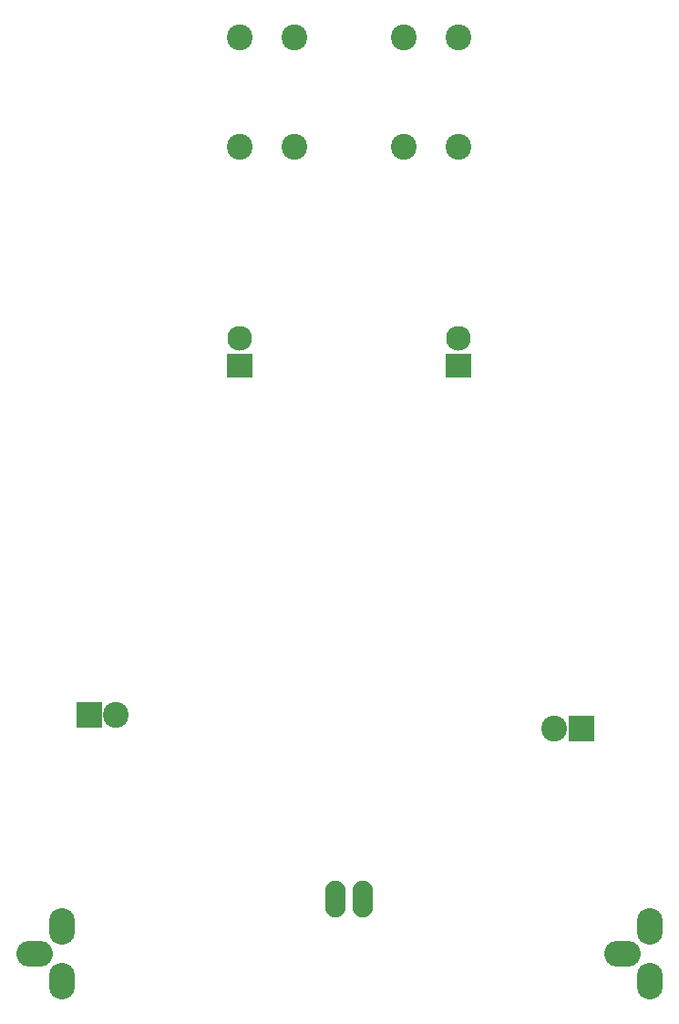
<source format=gts>
G04 #@! TF.FileFunction,Soldermask,Top*
%FSLAX46Y46*%
G04 Gerber Fmt 4.6, Leading zero omitted, Abs format (unit mm)*
G04 Created by KiCad (PCBNEW 4.0.5-e0-6337~49~ubuntu16.04.1) date Wed Dec 28 20:02:50 2016*
%MOMM*%
%LPD*%
G01*
G04 APERTURE LIST*
%ADD10C,0.200000*%
%ADD11R,2.400000X2.300000*%
%ADD12C,2.300000*%
%ADD13C,2.398980*%
%ADD14O,3.399740X2.398980*%
%ADD15O,2.398980X3.399740*%
%ADD16R,2.400000X2.400000*%
%ADD17C,2.400000*%
%ADD18O,1.906220X3.414980*%
G04 APERTURE END LIST*
D10*
D11*
X25400000Y64770000D03*
D12*
X25400000Y67310000D03*
D11*
X45720000Y64770000D03*
D12*
X45720000Y67310000D03*
D13*
X25400000Y85090000D03*
X25400000Y95250000D03*
X30480000Y85090000D03*
X30480000Y95250000D03*
X40640000Y85090000D03*
X40640000Y95250000D03*
X45720000Y85090000D03*
X45720000Y95250000D03*
D14*
X6350000Y10160000D03*
D15*
X8890000Y7620000D03*
X8890000Y12700000D03*
D14*
X60960000Y10160000D03*
D15*
X63500000Y7620000D03*
X63500000Y12700000D03*
D16*
X57150000Y31115000D03*
D17*
X54650000Y31115000D03*
D16*
X11430000Y32385000D03*
D17*
X13930000Y32385000D03*
D18*
X34290000Y15240000D03*
X36830000Y15240000D03*
M02*

</source>
